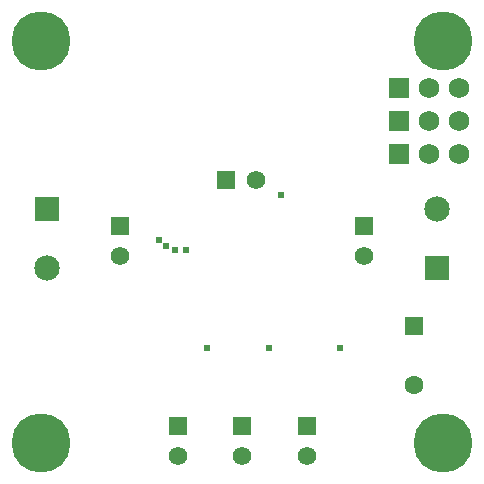
<source format=gbs>
G04*
G04 #@! TF.GenerationSoftware,Altium Limited,Altium Designer,22.2.1 (43)*
G04*
G04 Layer_Color=16711935*
%FSLAX25Y25*%
%MOIN*%
G70*
G04*
G04 #@! TF.SameCoordinates,3B3E58CF-1C3C-4CAC-96B8-8F734E900E2C*
G04*
G04*
G04 #@! TF.FilePolarity,Negative*
G04*
G01*
G75*
%ADD18R,0.06902X0.06902*%
%ADD19C,0.06902*%
%ADD20C,0.08477*%
%ADD21R,0.08477X0.08477*%
%ADD22C,0.06181*%
%ADD23R,0.06181X0.06181*%
%ADD24R,0.06181X0.06181*%
%ADD25C,0.06299*%
%ADD26R,0.06299X0.06299*%
%ADD27C,0.19698*%
%ADD28C,0.02375*%
D18*
X131000Y108000D02*
D03*
Y119077D02*
D03*
Y130077D02*
D03*
D19*
X141000Y108000D02*
D03*
X151000D02*
D03*
X141000Y119077D02*
D03*
X151000D02*
D03*
X141000Y130077D02*
D03*
X151000D02*
D03*
D20*
X143772Y89929D02*
D03*
X13728Y70244D02*
D03*
D21*
X143772Y70244D02*
D03*
X13728Y89929D02*
D03*
D22*
X119500Y74211D02*
D03*
X83500Y99500D02*
D03*
X38000Y74211D02*
D03*
X100500Y7500D02*
D03*
X78847Y7386D02*
D03*
X57587D02*
D03*
D23*
X119500Y84211D02*
D03*
X38000D02*
D03*
X100500Y17500D02*
D03*
X78847Y17386D02*
D03*
X57587D02*
D03*
D24*
X73500Y99500D02*
D03*
D25*
X136000Y31157D02*
D03*
D26*
Y50842D02*
D03*
D27*
X145669Y11811D02*
D03*
X11811D02*
D03*
X145669Y145669D02*
D03*
X11811D02*
D03*
D28*
X91732Y94488D02*
D03*
X56299Y75984D02*
D03*
X53543Y77559D02*
D03*
X51181Y79528D02*
D03*
X60236Y75984D02*
D03*
X67014Y43392D02*
D03*
X87880D02*
D03*
X111612Y43506D02*
D03*
M02*

</source>
